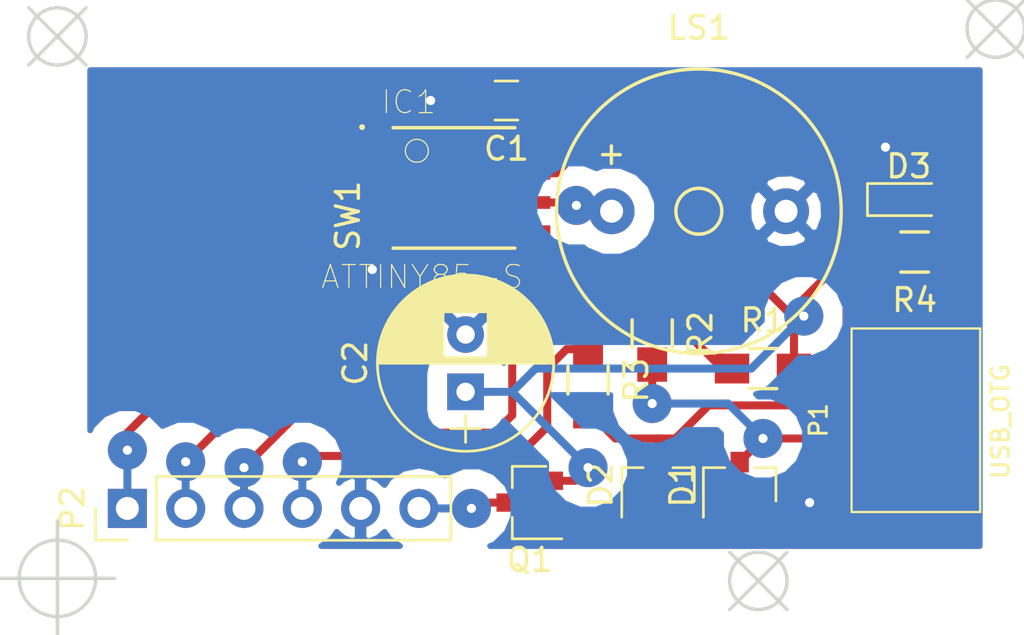
<source format=kicad_pcb>
(kicad_pcb (version 20160815) (host pcbnew "(2016-12-18 revision 3ffa37c)-master")

  (general
    (links 33)
    (no_connects 0)
    (area 121.198 56.07 165.82 83.78)
    (thickness 1.6)
    (drawings 4)
    (tracks 155)
    (zones 0)
    (modules 15)
    (nets 14)
  )

  (page USLetter)
  (layers
    (0 F.Cu signal)
    (31 B.Cu signal)
    (32 B.Adhes user)
    (33 F.Adhes user)
    (34 B.Paste user hide)
    (35 F.Paste user)
    (36 B.SilkS user hide)
    (37 F.SilkS user hide)
    (38 B.Mask user)
    (39 F.Mask user)
    (40 Dwgs.User user hide)
    (41 Cmts.User user)
    (42 Eco1.User user)
    (43 Eco2.User user hide)
    (44 Edge.Cuts user)
    (45 Margin user)
    (46 B.CrtYd user hide)
    (47 F.CrtYd user)
    (48 B.Fab user)
    (49 F.Fab user hide)
  )

  (setup
    (last_trace_width 0.35)
    (user_trace_width 0.25)
    (trace_clearance 0.25)
    (zone_clearance 0.85)
    (zone_45_only no)
    (trace_min 0.2)
    (segment_width 0.2)
    (edge_width 0.15)
    (via_size 1.7)
    (via_drill 0.4)
    (via_min_size 0.4)
    (via_min_drill 0.3)
    (uvia_size 0.3)
    (uvia_drill 0.1)
    (uvias_allowed no)
    (uvia_min_size 0.2)
    (uvia_min_drill 0.1)
    (pcb_text_width 0.3)
    (pcb_text_size 1.5 1.5)
    (mod_edge_width 0.15)
    (mod_text_size 1 1)
    (mod_text_width 0.15)
    (pad_size 1.524 1.524)
    (pad_drill 0.762)
    (pad_to_mask_clearance 0.2)
    (aux_axis_origin 0 0)
    (visible_elements FFFFFF7F)
    (pcbplotparams
      (layerselection 0x00080_7ffffffe)
      (usegerberextensions false)
      (excludeedgelayer false)
      (linewidth 0.100000)
      (plotframeref false)
      (viasonmask true)
      (mode 1)
      (useauxorigin false)
      (hpglpennumber 1)
      (hpglpenspeed 20)
      (hpglpendiameter 15)
      (psnegative false)
      (psa4output false)
      (plotreference true)
      (plotvalue true)
      (plotinvisibletext false)
      (padsonsilk false)
      (subtractmaskfromsilk false)
      (outputformat 4)
      (mirror true)
      (drillshape 0)
      (scaleselection 1)
      (outputdirectory ""))
  )

  (net 0 "")
  (net 1 GND)
  (net 2 +5V)
  (net 3 DIT)
  (net 4 "Net-(P1-Pad4)")
  (net 5 SCK)
  (net 6 MISO)
  (net 7 MOSI)
  (net 8 RESET)
  (net 9 "Net-(P2-Pad6)")
  (net 10 "Net-(D3-Pad2)")
  (net 11 "Net-(D2-Pad1)")
  (net 12 "Net-(D1-Pad1)")
  (net 13 "Net-(IC1-Pad2)")

  (net_class Default "This is the default net class."
    (clearance 0.25)
    (trace_width 0.35)
    (via_dia 1.7)
    (via_drill 0.4)
    (uvia_dia 0.3)
    (uvia_drill 0.1)
    (diff_pair_gap 0.25)
    (diff_pair_width 0.2)
    (add_net +5V)
    (add_net DIT)
    (add_net GND)
    (add_net MISO)
    (add_net MOSI)
    (add_net "Net-(D1-Pad1)")
    (add_net "Net-(D2-Pad1)")
    (add_net "Net-(D3-Pad2)")
    (add_net "Net-(IC1-Pad2)")
    (add_net "Net-(P1-Pad4)")
    (add_net "Net-(P2-Pad6)")
    (add_net RESET)
    (add_net SCK)
  )

  (module azbuka:SMD_RED_TACTILE_SWITCH (layer F.Cu) (tedit 59432E14) (tstamp 59432F20)
    (at 130.45 65.475 90)
    (path /594328A3)
    (fp_text reference SW1 (at 0 5.9 90) (layer F.SilkS)
      (effects (font (size 1 1) (thickness 0.15)))
    )
    (fp_text value TACT-SWITCH (at 0.1 -5.8 90) (layer F.Fab)
      (effects (font (size 1 1) (thickness 0.15)))
    )
    (pad 2 smd rect (at 4.25 2.25 90) (size 2 1.5) (layers F.Cu F.Paste F.Mask)
      (net 3 DIT))
    (pad 2 smd rect (at -4.25 2.25 90) (size 2 1.5) (layers F.Cu F.Paste F.Mask)
      (net 3 DIT))
    (pad 1 smd rect (at 4.25 -2.25 90) (size 2 1.5) (layers F.Cu F.Paste F.Mask)
      (net 1 GND))
    (pad 1 smd rect (at -4.25 -2.25 90) (size 2 1.5) (layers F.Cu F.Paste F.Mask)
      (net 1 GND))
  )

  (module LEDs:LED_0805 (layer F.Cu) (tedit 57FE93EC) (tstamp 589F80C9)
    (at 160.782 64.77)
    (descr "LED 0805 smd package")
    (tags "LED led 0805 SMD smd SMT smt smdled SMDLED smtled SMTLED")
    (path /589F7DAF)
    (attr smd)
    (fp_text reference D3 (at 0 -1.45) (layer F.SilkS)
      (effects (font (size 1 1) (thickness 0.15)))
    )
    (fp_text value LED (at 0 1.55) (layer F.Fab)
      (effects (font (size 1 1) (thickness 0.15)))
    )
    (fp_line (start -1.95 -0.85) (end 1.95 -0.85) (layer F.CrtYd) (width 0.05))
    (fp_line (start -1.95 0.85) (end -1.95 -0.85) (layer F.CrtYd) (width 0.05))
    (fp_line (start 1.95 0.85) (end -1.95 0.85) (layer F.CrtYd) (width 0.05))
    (fp_line (start 1.95 -0.85) (end 1.95 0.85) (layer F.CrtYd) (width 0.05))
    (fp_line (start -1.8 -0.7) (end 1 -0.7) (layer F.SilkS) (width 0.12))
    (fp_line (start -1.8 0.7) (end 1 0.7) (layer F.SilkS) (width 0.12))
    (fp_line (start -1 0.6) (end -1 -0.6) (layer F.Fab) (width 0.1))
    (fp_line (start -1 -0.6) (end 1 -0.6) (layer F.Fab) (width 0.1))
    (fp_line (start 1 -0.6) (end 1 0.6) (layer F.Fab) (width 0.1))
    (fp_line (start 1 0.6) (end -1 0.6) (layer F.Fab) (width 0.1))
    (fp_line (start 0.2 -0.4) (end 0.2 0.4) (layer F.Fab) (width 0.1))
    (fp_line (start 0.2 0.4) (end -0.4 0) (layer F.Fab) (width 0.1))
    (fp_line (start -0.4 0) (end 0.2 -0.4) (layer F.Fab) (width 0.1))
    (fp_line (start -0.4 -0.4) (end -0.4 0.4) (layer F.Fab) (width 0.1))
    (fp_line (start -1.8 -0.7) (end -1.8 0.7) (layer F.SilkS) (width 0.12))
    (pad 1 smd rect (at -1.1 0 180) (size 1.2 1.2) (layers F.Cu F.Paste F.Mask)
      (net 1 GND))
    (pad 2 smd rect (at 1.1 0 180) (size 1.2 1.2) (layers F.Cu F.Paste F.Mask)
      (net 10 "Net-(D3-Pad2)"))
    (model LEDs.3dshapes/LED_0805.wrl
      (at (xyz 0 0 0))
      (scale (xyz 1 1 1))
      (rotate (xyz 0 0 180))
    )
  )

  (module Resistors_SMD:R_0805_HandSoldering (layer F.Cu) (tedit 58307B90) (tstamp 589F808B)
    (at 161.036 67.056 180)
    (descr "Resistor SMD 0805, hand soldering")
    (tags "resistor 0805")
    (path /589F7D3E)
    (attr smd)
    (fp_text reference R4 (at 0 -2.1 180) (layer F.SilkS)
      (effects (font (size 1 1) (thickness 0.15)))
    )
    (fp_text value R_Small (at 0 2.1 180) (layer F.Fab)
      (effects (font (size 1 1) (thickness 0.15)))
    )
    (fp_line (start -0.6 -0.875) (end 0.6 -0.875) (layer F.SilkS) (width 0.15))
    (fp_line (start 0.6 0.875) (end -0.6 0.875) (layer F.SilkS) (width 0.15))
    (fp_line (start 2.4 -1) (end 2.4 1) (layer F.CrtYd) (width 0.05))
    (fp_line (start -2.4 -1) (end -2.4 1) (layer F.CrtYd) (width 0.05))
    (fp_line (start -2.4 1) (end 2.4 1) (layer F.CrtYd) (width 0.05))
    (fp_line (start -2.4 -1) (end 2.4 -1) (layer F.CrtYd) (width 0.05))
    (fp_line (start -1 -0.625) (end 1 -0.625) (layer F.Fab) (width 0.1))
    (fp_line (start 1 -0.625) (end 1 0.625) (layer F.Fab) (width 0.1))
    (fp_line (start 1 0.625) (end -1 0.625) (layer F.Fab) (width 0.1))
    (fp_line (start -1 0.625) (end -1 -0.625) (layer F.Fab) (width 0.1))
    (pad 2 smd rect (at 1.35 0 180) (size 1.5 1.3) (layers F.Cu F.Paste F.Mask)
      (net 2 +5V))
    (pad 1 smd rect (at -1.35 0 180) (size 1.5 1.3) (layers F.Cu F.Paste F.Mask)
      (net 10 "Net-(D3-Pad2)"))
    (model Resistors_SMD.3dshapes/R_0805_HandSoldering.wrl
      (at (xyz 0 0 0))
      (scale (xyz 1 1 1))
      (rotate (xyz 0 0 0))
    )
  )

  (module Diodes_SMD:D_SOT-23_ANK (layer F.Cu) (tedit 587CCEF9) (tstamp 589EBC3F)
    (at 149.86 77.216 90)
    (descr "SOT-23, Single Diode")
    (tags SOT-23)
    (path /58A125DD)
    (attr smd)
    (fp_text reference D2 (at 0 -2.5 90) (layer F.SilkS)
      (effects (font (size 1 1) (thickness 0.15)))
    )
    (fp_text value 3.6 (at 0 2.5 90) (layer F.Fab)
      (effects (font (size 1 1) (thickness 0.15)))
    )
    (fp_line (start -0.15 -0.45) (end -0.4 -0.45) (layer F.Fab) (width 0.1))
    (fp_line (start -0.15 -0.25) (end 0.15 -0.45) (layer F.Fab) (width 0.1))
    (fp_line (start -0.15 -0.65) (end -0.15 -0.25) (layer F.Fab) (width 0.1))
    (fp_line (start 0.15 -0.45) (end -0.15 -0.65) (layer F.Fab) (width 0.1))
    (fp_line (start 0.15 -0.45) (end 0.4 -0.45) (layer F.Fab) (width 0.1))
    (fp_line (start 0.15 -0.65) (end 0.15 -0.25) (layer F.Fab) (width 0.1))
    (fp_line (start 0.76 1.58) (end 0.76 0.65) (layer F.SilkS) (width 0.12))
    (fp_line (start 0.76 -1.58) (end 0.76 -0.65) (layer F.SilkS) (width 0.12))
    (fp_line (start 0.7 -1.52) (end 0.7 1.52) (layer F.Fab) (width 0.1))
    (fp_line (start -0.7 1.52) (end 0.7 1.52) (layer F.Fab) (width 0.1))
    (fp_line (start -1.7 -1.75) (end 1.7 -1.75) (layer F.CrtYd) (width 0.05))
    (fp_line (start 1.7 -1.75) (end 1.7 1.75) (layer F.CrtYd) (width 0.05))
    (fp_line (start 1.7 1.75) (end -1.7 1.75) (layer F.CrtYd) (width 0.05))
    (fp_line (start -1.7 1.75) (end -1.7 -1.75) (layer F.CrtYd) (width 0.05))
    (fp_line (start 0.76 -1.58) (end -1.4 -1.58) (layer F.SilkS) (width 0.12))
    (fp_line (start -0.7 -1.52) (end 0.7 -1.52) (layer F.Fab) (width 0.1))
    (fp_line (start -0.7 -1.52) (end -0.7 1.52) (layer F.Fab) (width 0.1))
    (fp_line (start 0.76 1.58) (end -0.7 1.58) (layer F.SilkS) (width 0.12))
    (pad 2 smd rect (at -1 -0.95 90) (size 0.9 0.8) (layers F.Cu F.Paste F.Mask)
      (net 1 GND))
    (pad "" smd rect (at -1 0.95 90) (size 0.9 0.8) (layers F.Cu F.Paste F.Mask))
    (pad 1 smd rect (at 1 0 90) (size 0.9 0.8) (layers F.Cu F.Paste F.Mask)
      (net 11 "Net-(D2-Pad1)"))
    (model Diodes_SMD.3dshapes/SOT-23.wrl
      (at (xyz 0 0 0))
      (scale (xyz 1 1 1))
      (rotate (xyz 0 0 90))
    )
  )

  (module Diodes_SMD:D_SOT-23_ANK (layer F.Cu) (tedit 587CCEF9) (tstamp 589EBC2C)
    (at 153.416 77.216 90)
    (descr "SOT-23, Single Diode")
    (tags SOT-23)
    (path /58A127D2)
    (attr smd)
    (fp_text reference D1 (at 0 -2.5 90) (layer F.SilkS)
      (effects (font (size 1 1) (thickness 0.15)))
    )
    (fp_text value 3.6 (at 0 2.5 90) (layer F.Fab)
      (effects (font (size 1 1) (thickness 0.15)))
    )
    (fp_line (start 0.76 1.58) (end -0.7 1.58) (layer F.SilkS) (width 0.12))
    (fp_line (start -0.7 -1.52) (end -0.7 1.52) (layer F.Fab) (width 0.1))
    (fp_line (start -0.7 -1.52) (end 0.7 -1.52) (layer F.Fab) (width 0.1))
    (fp_line (start 0.76 -1.58) (end -1.4 -1.58) (layer F.SilkS) (width 0.12))
    (fp_line (start -1.7 1.75) (end -1.7 -1.75) (layer F.CrtYd) (width 0.05))
    (fp_line (start 1.7 1.75) (end -1.7 1.75) (layer F.CrtYd) (width 0.05))
    (fp_line (start 1.7 -1.75) (end 1.7 1.75) (layer F.CrtYd) (width 0.05))
    (fp_line (start -1.7 -1.75) (end 1.7 -1.75) (layer F.CrtYd) (width 0.05))
    (fp_line (start -0.7 1.52) (end 0.7 1.52) (layer F.Fab) (width 0.1))
    (fp_line (start 0.7 -1.52) (end 0.7 1.52) (layer F.Fab) (width 0.1))
    (fp_line (start 0.76 -1.58) (end 0.76 -0.65) (layer F.SilkS) (width 0.12))
    (fp_line (start 0.76 1.58) (end 0.76 0.65) (layer F.SilkS) (width 0.12))
    (fp_line (start 0.15 -0.65) (end 0.15 -0.25) (layer F.Fab) (width 0.1))
    (fp_line (start 0.15 -0.45) (end 0.4 -0.45) (layer F.Fab) (width 0.1))
    (fp_line (start 0.15 -0.45) (end -0.15 -0.65) (layer F.Fab) (width 0.1))
    (fp_line (start -0.15 -0.65) (end -0.15 -0.25) (layer F.Fab) (width 0.1))
    (fp_line (start -0.15 -0.25) (end 0.15 -0.45) (layer F.Fab) (width 0.1))
    (fp_line (start -0.15 -0.45) (end -0.4 -0.45) (layer F.Fab) (width 0.1))
    (pad 1 smd rect (at 1 0 90) (size 0.9 0.8) (layers F.Cu F.Paste F.Mask)
      (net 12 "Net-(D1-Pad1)"))
    (pad "" smd rect (at -1 0.95 90) (size 0.9 0.8) (layers F.Cu F.Paste F.Mask))
    (pad 2 smd rect (at -1 -0.95 90) (size 0.9 0.8) (layers F.Cu F.Paste F.Mask)
      (net 1 GND))
    (model Diodes_SMD.3dshapes/SOT-23.wrl
      (at (xyz 0 0 0))
      (scale (xyz 1 1 1))
      (rotate (xyz 0 0 90))
    )
  )

  (module ATTINY85-20SU:SOIC127P798X216-8N (layer F.Cu) (tedit 0) (tstamp 58995D00)
    (at 140.97 64.262)
    (path /5897E12A)
    (solder_mask_margin 0.1)
    (attr smd)
    (fp_text reference IC1 (at -1.969 -3.7425) (layer F.SilkS)
      (effects (font (size 1 1) (thickness 0.05)))
    )
    (fp_text value ATTINY85-S (at -1.384 3.879) (layer F.SilkS)
      (effects (font (size 1 1) (thickness 0.05)))
    )
    (fp_line (start -2.65 2.625) (end -2.65 -2.625) (layer Dwgs.User) (width 0.1524))
    (fp_line (start 2.65 2.625) (end 2.65 -2.625) (layer Dwgs.User) (width 0.1524))
    (fp_circle (center -1.615 -1.62) (end -1.115 -1.62) (layer F.SilkS) (width 0.0508))
    (fp_line (start -2.65 -2.625) (end 2.65 -2.625) (layer F.SilkS) (width 0.1524))
    (fp_line (start -2.65 2.625) (end 2.65 2.625) (layer F.SilkS) (width 0.1524))
    (fp_poly (pts (xy -4 -2.105) (xy -2.65 -2.105) (xy -2.65 -1.705) (xy -4 -1.705)) (layer Dwgs.User) (width 0.381))
    (fp_poly (pts (xy -4 -0.835) (xy -2.65 -0.835) (xy -2.65 -0.435) (xy -4 -0.435)) (layer Dwgs.User) (width 0.381))
    (fp_poly (pts (xy -4 0.435) (xy -2.65 0.435) (xy -2.65 0.835) (xy -4 0.835)) (layer Dwgs.User) (width 0.381))
    (fp_poly (pts (xy -4 1.705) (xy -2.65 1.705) (xy -2.65 2.105) (xy -4 2.105)) (layer Dwgs.User) (width 0.381))
    (fp_poly (pts (xy 2.65 -2.105) (xy 4 -2.105) (xy 4 -1.705) (xy 2.65 -1.705)) (layer Dwgs.User) (width 0.381))
    (fp_poly (pts (xy 2.65 -0.835) (xy 4 -0.835) (xy 4 -0.435) (xy 2.65 -0.435)) (layer Dwgs.User) (width 0.381))
    (fp_poly (pts (xy 2.65 0.435) (xy 4 0.435) (xy 4 0.835) (xy 2.65 0.835)) (layer Dwgs.User) (width 0.381))
    (fp_poly (pts (xy 2.65 1.705) (xy 4 1.705) (xy 4 2.105) (xy 2.65 2.105)) (layer Dwgs.User) (width 0.381))
    (fp_circle (center -4 -2.65) (end -3.873 -2.65) (layer F.SilkS) (width 0))
    (fp_line (start -4.5 -3) (end -4.5 3) (layer Dwgs.User) (width 0.05))
    (fp_line (start -4.5 3) (end 4.5 3) (layer Dwgs.User) (width 0.05))
    (fp_line (start 4.5 3) (end 4.5 -3) (layer Dwgs.User) (width 0.05))
    (fp_line (start 4.5 -3) (end -4.5 -3) (layer Dwgs.User) (width 0.05))
    (pad 1 smd rect (at -3.45 -1.905 270) (size 0.55 1.5) (layers F.Cu F.Paste F.Mask)
      (net 8 RESET) (solder_mask_margin 0.2))
    (pad 2 smd rect (at -3.45 -0.635 270) (size 0.55 1.5) (layers F.Cu F.Paste F.Mask)
      (net 13 "Net-(IC1-Pad2)") (solder_mask_margin 0.2))
    (pad 3 smd rect (at -3.45 0.635 270) (size 0.55 1.5) (layers F.Cu F.Paste F.Mask)
      (net 3 DIT) (solder_mask_margin 0.2))
    (pad 4 smd rect (at -3.45 1.905 270) (size 0.55 1.5) (layers F.Cu F.Paste F.Mask)
      (net 1 GND) (solder_mask_margin 0.2))
    (pad 8 smd rect (at 3.45 -1.905 270) (size 0.55 1.5) (layers F.Cu F.Paste F.Mask)
      (net 2 +5V) (solder_mask_margin 0.2))
    (pad 7 smd rect (at 3.45 -0.635 270) (size 0.55 1.5) (layers F.Cu F.Paste F.Mask)
      (net 5 SCK) (solder_mask_margin 0.2))
    (pad 6 smd rect (at 3.45 0.635 270) (size 0.55 1.5) (layers F.Cu F.Paste F.Mask)
      (net 6 MISO) (solder_mask_margin 0.2))
    (pad 5 smd rect (at 3.45 1.905 270) (size 0.55 1.5) (layers F.Cu F.Paste F.Mask)
      (net 7 MOSI) (solder_mask_margin 0.2))
  )

  (module Resistors_SMD:R_0805_HandSoldering (layer F.Cu) (tedit 58307B90) (tstamp 58994D69)
    (at 146.812 72.644 270)
    (descr "Resistor SMD 0805, hand soldering")
    (tags "resistor 0805")
    (path /589947A9)
    (attr smd)
    (fp_text reference R3 (at 0 -2.1 270) (layer F.SilkS)
      (effects (font (size 1 1) (thickness 0.15)))
    )
    (fp_text value 47 (at 0 2.1 270) (layer F.Fab)
      (effects (font (size 1 1) (thickness 0.15)))
    )
    (fp_line (start -0.6 -0.875) (end 0.6 -0.875) (layer F.SilkS) (width 0.15))
    (fp_line (start 0.6 0.875) (end -0.6 0.875) (layer F.SilkS) (width 0.15))
    (fp_line (start 2.4 -1) (end 2.4 1) (layer F.CrtYd) (width 0.05))
    (fp_line (start -2.4 -1) (end -2.4 1) (layer F.CrtYd) (width 0.05))
    (fp_line (start -2.4 1) (end 2.4 1) (layer F.CrtYd) (width 0.05))
    (fp_line (start -2.4 -1) (end 2.4 -1) (layer F.CrtYd) (width 0.05))
    (fp_line (start -1 -0.625) (end 1 -0.625) (layer F.Fab) (width 0.1))
    (fp_line (start 1 -0.625) (end 1 0.625) (layer F.Fab) (width 0.1))
    (fp_line (start 1 0.625) (end -1 0.625) (layer F.Fab) (width 0.1))
    (fp_line (start -1 0.625) (end -1 -0.625) (layer F.Fab) (width 0.1))
    (pad 2 smd rect (at 1.35 0 270) (size 1.5 1.3) (layers F.Cu F.Paste F.Mask)
      (net 11 "Net-(D2-Pad1)"))
    (pad 1 smd rect (at -1.35 0 270) (size 1.5 1.3) (layers F.Cu F.Paste F.Mask)
      (net 7 MOSI))
    (model Resistors_SMD.3dshapes/R_0805_HandSoldering.wrl
      (at (xyz 0 0 0))
      (scale (xyz 1 1 1))
      (rotate (xyz 0 0 0))
    )
  )

  (module Resistors_SMD:R_0805_HandSoldering (layer F.Cu) (tedit 58307B90) (tstamp 58994D59)
    (at 149.606 70.612 270)
    (descr "Resistor SMD 0805, hand soldering")
    (tags "resistor 0805")
    (path /5899475B)
    (attr smd)
    (fp_text reference R2 (at 0 -2.1 270) (layer F.SilkS)
      (effects (font (size 1 1) (thickness 0.15)))
    )
    (fp_text value 47 (at 0 2.1 270) (layer F.Fab)
      (effects (font (size 1 1) (thickness 0.15)))
    )
    (fp_line (start -1 0.625) (end -1 -0.625) (layer F.Fab) (width 0.1))
    (fp_line (start 1 0.625) (end -1 0.625) (layer F.Fab) (width 0.1))
    (fp_line (start 1 -0.625) (end 1 0.625) (layer F.Fab) (width 0.1))
    (fp_line (start -1 -0.625) (end 1 -0.625) (layer F.Fab) (width 0.1))
    (fp_line (start -2.4 -1) (end 2.4 -1) (layer F.CrtYd) (width 0.05))
    (fp_line (start -2.4 1) (end 2.4 1) (layer F.CrtYd) (width 0.05))
    (fp_line (start -2.4 -1) (end -2.4 1) (layer F.CrtYd) (width 0.05))
    (fp_line (start 2.4 -1) (end 2.4 1) (layer F.CrtYd) (width 0.05))
    (fp_line (start 0.6 0.875) (end -0.6 0.875) (layer F.SilkS) (width 0.15))
    (fp_line (start -0.6 -0.875) (end 0.6 -0.875) (layer F.SilkS) (width 0.15))
    (pad 1 smd rect (at -1.35 0 270) (size 1.5 1.3) (layers F.Cu F.Paste F.Mask)
      (net 5 SCK))
    (pad 2 smd rect (at 1.35 0 270) (size 1.5 1.3) (layers F.Cu F.Paste F.Mask)
      (net 12 "Net-(D1-Pad1)"))
    (model Resistors_SMD.3dshapes/R_0805_HandSoldering.wrl
      (at (xyz 0 0 0))
      (scale (xyz 1 1 1))
      (rotate (xyz 0 0 0))
    )
  )

  (module Resistors_SMD:R_0805_HandSoldering (layer F.Cu) (tedit 58307B90) (tstamp 58994D49)
    (at 154.432 72.136)
    (descr "Resistor SMD 0805, hand soldering")
    (tags "resistor 0805")
    (path /58981AF1)
    (attr smd)
    (fp_text reference R1 (at 0 -2.1) (layer F.SilkS)
      (effects (font (size 1 1) (thickness 0.15)))
    )
    (fp_text value 2.2k (at 0 2.1) (layer F.Fab)
      (effects (font (size 1 1) (thickness 0.15)))
    )
    (fp_line (start -0.6 -0.875) (end 0.6 -0.875) (layer F.SilkS) (width 0.15))
    (fp_line (start 0.6 0.875) (end -0.6 0.875) (layer F.SilkS) (width 0.15))
    (fp_line (start 2.4 -1) (end 2.4 1) (layer F.CrtYd) (width 0.05))
    (fp_line (start -2.4 -1) (end -2.4 1) (layer F.CrtYd) (width 0.05))
    (fp_line (start -2.4 1) (end 2.4 1) (layer F.CrtYd) (width 0.05))
    (fp_line (start -2.4 -1) (end 2.4 -1) (layer F.CrtYd) (width 0.05))
    (fp_line (start -1 -0.625) (end 1 -0.625) (layer F.Fab) (width 0.1))
    (fp_line (start 1 -0.625) (end 1 0.625) (layer F.Fab) (width 0.1))
    (fp_line (start 1 0.625) (end -1 0.625) (layer F.Fab) (width 0.1))
    (fp_line (start -1 0.625) (end -1 -0.625) (layer F.Fab) (width 0.1))
    (pad 2 smd rect (at 1.35 0) (size 1.5 1.3) (layers F.Cu F.Paste F.Mask)
      (net 2 +5V))
    (pad 1 smd rect (at -1.35 0) (size 1.5 1.3) (layers F.Cu F.Paste F.Mask)
      (net 7 MOSI))
    (model Resistors_SMD.3dshapes/R_0805_HandSoldering.wrl
      (at (xyz 0 0 0))
      (scale (xyz 1 1 1))
      (rotate (xyz 0 0 0))
    )
  )

  (module azbuka:MICRO-B_USB-INVERTED (layer F.Cu) (tedit 5897FBCA) (tstamp 589832CC)
    (at 162.69 74.39 90)
    (path /5897E193)
    (fp_text reference P1 (at 0 -5.842 90) (layer F.SilkS)
      (effects (font (size 0.762 0.762) (thickness 0.127)))
    )
    (fp_text value USB_OTG (at -0.05 2.09 90) (layer F.SilkS)
      (effects (font (size 0.762 0.762) (thickness 0.127)))
    )
    (fp_line (start -4.0005 1.00076) (end -4.0005 -4.39928) (layer F.SilkS) (width 0.09906))
    (fp_line (start 4.0005 1.19888) (end -4.0005 1.19888) (layer F.SilkS) (width 0.09906))
    (fp_line (start 4.0005 -4.39928) (end 4.0005 1.00076) (layer F.SilkS) (width 0.09906))
    (fp_line (start -4.0005 -4.39928) (end 4.0005 -4.39928) (layer F.SilkS) (width 0.09906))
    (fp_line (start 4.0005 1.00076) (end 4.0005 1.19888) (layer F.SilkS) (width 0.09906))
    (fp_line (start -4.0005 1.00076) (end -4.0005 1.19888) (layer F.SilkS) (width 0.09906))
    (pad "" smd rect (at -3.79984 -1.4478 90) (size 2 1.89738) (layers F.Cu F.Paste F.Mask))
    (pad "" smd rect (at 3.81 -3.99796 90) (size 2.5 1.59766) (layers F.Cu F.Paste F.Mask))
    (pad 1 smd rect (at 1.29794 -4.12496 90) (size 0.39878 1.3462) (layers F.Cu F.Paste F.Mask)
      (net 2 +5V) (clearance 0.2032))
    (pad 2 smd rect (at 0.6477 -4.12496 90) (size 0.39878 1.3462) (layers F.Cu F.Paste F.Mask)
      (net 11 "Net-(D2-Pad1)") (clearance 0.2032))
    (pad 3 smd rect (at 0 -4.12496 90) (size 0.39878 1.3462) (layers F.Cu F.Paste F.Mask)
      (net 12 "Net-(D1-Pad1)") (clearance 0.2032))
    (pad 4 smd rect (at -0.6477 -4.12496 90) (size 0.39878 1.3462) (layers F.Cu F.Paste F.Mask)
      (net 4 "Net-(P1-Pad4)") (clearance 0.2032))
    (pad 5 smd rect (at -1.29794 -4.12496 90) (size 0.39878 1.3462) (layers F.Cu F.Paste F.Mask)
      (net 1 GND) (clearance 0.2032))
    (pad "" smd rect (at -3.556 -3.99796 90) (size 2.5 1.59766) (layers F.Cu F.Paste F.Mask))
    (pad "" smd rect (at 4.064 -1.4478 90) (size 2 1.89738) (layers F.Cu F.Paste F.Mask))
    (pad "" smd rect (at 1.19888 -1.4478 90) (size 1.89992 1.89738) (layers F.Cu F.Paste F.Mask))
    (pad "" smd rect (at -1.19888 -1.4478 90) (size 1.89738 1.89738) (layers F.Cu F.Paste F.Mask))
  )

  (module azbuka:MOSFET-SOT-23 (layer F.Cu) (tedit 5897F3FC) (tstamp 589828D6)
    (at 144.272 77.978 180)
    (descr "SOT-23, Standard")
    (tags SOT-23)
    (path /5897F809)
    (attr smd)
    (fp_text reference Q1 (at 0 -2.5 180) (layer F.SilkS)
      (effects (font (size 1 1) (thickness 0.15)))
    )
    (fp_text value MOSFET_P_CH (at 0 2.5 180) (layer F.Fab)
      (effects (font (size 1 1) (thickness 0.15)))
    )
    (fp_line (start 0.76 1.58) (end -0.7 1.58) (layer F.SilkS) (width 0.12))
    (fp_line (start 0.76 -1.58) (end -1.4 -1.58) (layer F.SilkS) (width 0.12))
    (fp_line (start -1.7 1.75) (end -1.7 -1.75) (layer F.CrtYd) (width 0.05))
    (fp_line (start 1.7 1.75) (end -1.7 1.75) (layer F.CrtYd) (width 0.05))
    (fp_line (start 1.7 -1.75) (end 1.7 1.75) (layer F.CrtYd) (width 0.05))
    (fp_line (start -1.7 -1.75) (end 1.7 -1.75) (layer F.CrtYd) (width 0.05))
    (fp_line (start 0.76 -1.58) (end 0.76 -0.65) (layer F.SilkS) (width 0.12))
    (fp_line (start 0.76 1.58) (end 0.76 0.65) (layer F.SilkS) (width 0.12))
    (fp_line (start -0.7 1.52) (end 0.7 1.52) (layer F.Fab) (width 0.1))
    (fp_line (start 0.7 -1.52) (end 0.7 1.52) (layer F.Fab) (width 0.1))
    (fp_line (start -0.7 -0.95) (end -0.15 -1.52) (layer F.Fab) (width 0.1))
    (fp_line (start -0.15 -1.52) (end 0.7 -1.52) (layer F.Fab) (width 0.1))
    (fp_line (start -0.7 -0.95) (end -0.7 1.5) (layer F.Fab) (width 0.1))
    (pad D smd rect (at 1 0 180) (size 0.9 0.8) (layers F.Cu F.Paste F.Mask)
      (net 9 "Net-(P2-Pad6)"))
    (pad S smd rect (at -1 0.95 180) (size 0.9 0.8) (layers F.Cu F.Paste F.Mask)
      (net 2 +5V))
    (pad G smd rect (at -1 -0.95 180) (size 0.9 0.8) (layers F.Cu F.Paste F.Mask)
      (net 1 GND))
    (model TO_SOT_Packages_SMD.3dshapes/SOT-23.wrl
      (at (xyz 0 0 0))
      (scale (xyz 1 1 1))
      (rotate (xyz 0 0 90))
    )
  )

  (module Pin_Headers:Pin_Header_Straight_1x06_Pitch2.54mm (layer F.Cu) (tedit 5862ED52) (tstamp 5898271F)
    (at 126.746 78.232 90)
    (descr "Through hole straight pin header, 1x06, 2.54mm pitch, single row")
    (tags "Through hole pin header THT 1x06 2.54mm single row")
    (path /5897F707)
    (fp_text reference P2 (at 0 -2.39 90) (layer F.SilkS)
      (effects (font (size 1 1) (thickness 0.15)))
    )
    (fp_text value CONN_01X06 (at 0 15.09 90) (layer F.Fab)
      (effects (font (size 1 1) (thickness 0.15)))
    )
    (fp_line (start 1.6 -1.6) (end -1.6 -1.6) (layer F.CrtYd) (width 0.05))
    (fp_line (start 1.6 14.3) (end 1.6 -1.6) (layer F.CrtYd) (width 0.05))
    (fp_line (start -1.6 14.3) (end 1.6 14.3) (layer F.CrtYd) (width 0.05))
    (fp_line (start -1.6 -1.6) (end -1.6 14.3) (layer F.CrtYd) (width 0.05))
    (fp_line (start -1.39 -1.39) (end 0 -1.39) (layer F.SilkS) (width 0.12))
    (fp_line (start -1.39 0) (end -1.39 -1.39) (layer F.SilkS) (width 0.12))
    (fp_line (start 1.39 1.27) (end -1.39 1.27) (layer F.SilkS) (width 0.12))
    (fp_line (start 1.39 14.09) (end 1.39 1.27) (layer F.SilkS) (width 0.12))
    (fp_line (start -1.39 14.09) (end 1.39 14.09) (layer F.SilkS) (width 0.12))
    (fp_line (start -1.39 1.27) (end -1.39 14.09) (layer F.SilkS) (width 0.12))
    (fp_line (start 1.27 -1.27) (end -1.27 -1.27) (layer F.Fab) (width 0.1))
    (fp_line (start 1.27 13.97) (end 1.27 -1.27) (layer F.Fab) (width 0.1))
    (fp_line (start -1.27 13.97) (end 1.27 13.97) (layer F.Fab) (width 0.1))
    (fp_line (start -1.27 -1.27) (end -1.27 13.97) (layer F.Fab) (width 0.1))
    (pad 6 thru_hole oval (at 0 12.7 90) (size 1.7 1.7) (drill 1) (layers *.Cu *.Mask)
      (net 9 "Net-(P2-Pad6)"))
    (pad 5 thru_hole oval (at 0 10.16 90) (size 1.7 1.7) (drill 1) (layers *.Cu *.Mask)
      (net 1 GND))
    (pad 4 thru_hole oval (at 0 7.62 90) (size 1.7 1.7) (drill 1) (layers *.Cu *.Mask)
      (net 7 MOSI))
    (pad 3 thru_hole oval (at 0 5.08 90) (size 1.7 1.7) (drill 1) (layers *.Cu *.Mask)
      (net 6 MISO))
    (pad 2 thru_hole oval (at 0 2.54 90) (size 1.7 1.7) (drill 1) (layers *.Cu *.Mask)
      (net 5 SCK))
    (pad 1 thru_hole rect (at 0 0 90) (size 1.7 1.7) (drill 1) (layers *.Cu *.Mask)
      (net 8 RESET))
    (model Pin_Headers.3dshapes/Pin_Header_Straight_1x06_Pitch2.54mm.wrl
      (at (xyz 0 -0.25 0))
      (scale (xyz 1 1 1))
      (rotate (xyz 0 0 90))
    )
  )

  (module Buzzers_Beepers:Buzzer_12x9.5RM7.6 (layer F.Cu) (tedit 544E361A) (tstamp 58982075)
    (at 151.638 65.278)
    (descr "Generic Buzzer, D12mm height 9.5mm with RM7.6mm")
    (tags buzzer)
    (path /5897E1E1)
    (fp_text reference LS1 (at 0 -8.001) (layer F.SilkS)
      (effects (font (size 1 1) (thickness 0.15)))
    )
    (fp_text value Speaker (at -1.00076 8.001) (layer F.Fab)
      (effects (font (size 1 1) (thickness 0.15)))
    )
    (fp_circle (center 0 0) (end 6.20014 0) (layer F.SilkS) (width 0.15))
    (fp_text user + (at -3.81 -2.54) (layer F.SilkS)
      (effects (font (size 1 1) (thickness 0.15)))
    )
    (fp_circle (center 0 0) (end 1.00076 0) (layer F.SilkS) (width 0.15))
    (pad 2 thru_hole circle (at 3.79984 0) (size 2 2) (drill 1.00076) (layers *.Cu *.Mask)
      (net 1 GND))
    (pad 1 thru_hole circle (at -3.79984 0) (size 2 2) (drill 1.00076) (layers *.Cu *.Mask)
      (net 6 MISO))
    (model Buzzers_Beepers.3dshapes/Buzzer_12x9.5RM7.6.wrl
      (at (xyz 0 0 0))
      (scale (xyz 4 4 4))
      (rotate (xyz 0 0 0))
    )
  )

  (module Capacitors_SMD:C_0805_HandSoldering (layer F.Cu) (tedit 541A9B8D) (tstamp 58981E11)
    (at 143.256 60.452 180)
    (descr "Capacitor SMD 0805, hand soldering")
    (tags "capacitor 0805")
    (path /5897ECCB)
    (attr smd)
    (fp_text reference C1 (at 0 -2.1 180) (layer F.SilkS)
      (effects (font (size 1 1) (thickness 0.15)))
    )
    (fp_text value 0.1u (at 0 2.1 180) (layer F.Fab)
      (effects (font (size 1 1) (thickness 0.15)))
    )
    (fp_line (start -0.5 0.85) (end 0.5 0.85) (layer F.SilkS) (width 0.12))
    (fp_line (start 0.5 -0.85) (end -0.5 -0.85) (layer F.SilkS) (width 0.12))
    (fp_line (start 2.3 -1) (end 2.3 1) (layer F.CrtYd) (width 0.05))
    (fp_line (start -2.3 -1) (end -2.3 1) (layer F.CrtYd) (width 0.05))
    (fp_line (start -2.3 1) (end 2.3 1) (layer F.CrtYd) (width 0.05))
    (fp_line (start -2.3 -1) (end 2.3 -1) (layer F.CrtYd) (width 0.05))
    (fp_line (start -1 -0.625) (end 1 -0.625) (layer F.Fab) (width 0.1))
    (fp_line (start 1 -0.625) (end 1 0.625) (layer F.Fab) (width 0.1))
    (fp_line (start 1 0.625) (end -1 0.625) (layer F.Fab) (width 0.1))
    (fp_line (start -1 0.625) (end -1 -0.625) (layer F.Fab) (width 0.1))
    (pad 2 smd rect (at 1.25 0 180) (size 1.5 1.25) (layers F.Cu F.Paste F.Mask)
      (net 1 GND))
    (pad 1 smd rect (at -1.25 0 180) (size 1.5 1.25) (layers F.Cu F.Paste F.Mask)
      (net 2 +5V))
    (model Capacitors_SMD.3dshapes/C_0805_HandSoldering.wrl
      (at (xyz 0 0 0))
      (scale (xyz 1 1 1))
      (rotate (xyz 0 0 0))
    )
  )

  (module Capacitors_THT:CP_Radial_D7.5mm_P2.50mm (layer F.Cu) (tedit 58765D06) (tstamp 58981E01)
    (at 141.478 73.152 90)
    (descr "CP, Radial series, Radial, pin pitch=2.50mm, , diameter=7.5mm, Electrolytic Capacitor")
    (tags "CP Radial series Radial pin pitch 2.50mm  diameter 7.5mm Electrolytic Capacitor")
    (path /5897ED27)
    (fp_text reference C2 (at 1.25 -4.81 90) (layer F.SilkS)
      (effects (font (size 1 1) (thickness 0.15)))
    )
    (fp_text value 33u (at 1.25 4.81 90) (layer F.Fab)
      (effects (font (size 1 1) (thickness 0.15)))
    )
    (fp_line (start 5.35 -4.1) (end -2.85 -4.1) (layer F.CrtYd) (width 0.05))
    (fp_line (start 5.35 4.1) (end 5.35 -4.1) (layer F.CrtYd) (width 0.05))
    (fp_line (start -2.85 4.1) (end 5.35 4.1) (layer F.CrtYd) (width 0.05))
    (fp_line (start -2.85 -4.1) (end -2.85 4.1) (layer F.CrtYd) (width 0.05))
    (fp_line (start -1.6 -0.65) (end -1.6 0.65) (layer F.SilkS) (width 0.12))
    (fp_line (start -2.2 0) (end -1 0) (layer F.SilkS) (width 0.12))
    (fp_line (start 5.051 -0.513) (end 5.051 0.513) (layer F.SilkS) (width 0.12))
    (fp_line (start 5.011 -0.74) (end 5.011 0.74) (layer F.SilkS) (width 0.12))
    (fp_line (start 4.971 -0.913) (end 4.971 0.913) (layer F.SilkS) (width 0.12))
    (fp_line (start 4.931 -1.057) (end 4.931 1.057) (layer F.SilkS) (width 0.12))
    (fp_line (start 4.891 -1.184) (end 4.891 1.184) (layer F.SilkS) (width 0.12))
    (fp_line (start 4.851 -1.297) (end 4.851 1.297) (layer F.SilkS) (width 0.12))
    (fp_line (start 4.811 -1.4) (end 4.811 1.4) (layer F.SilkS) (width 0.12))
    (fp_line (start 4.771 -1.495) (end 4.771 1.495) (layer F.SilkS) (width 0.12))
    (fp_line (start 4.731 -1.584) (end 4.731 1.584) (layer F.SilkS) (width 0.12))
    (fp_line (start 4.691 -1.667) (end 4.691 1.667) (layer F.SilkS) (width 0.12))
    (fp_line (start 4.651 -1.745) (end 4.651 1.745) (layer F.SilkS) (width 0.12))
    (fp_line (start 4.611 -1.82) (end 4.611 1.82) (layer F.SilkS) (width 0.12))
    (fp_line (start 4.571 -1.89) (end 4.571 1.89) (layer F.SilkS) (width 0.12))
    (fp_line (start 4.531 -1.957) (end 4.531 1.957) (layer F.SilkS) (width 0.12))
    (fp_line (start 4.491 -2.022) (end 4.491 2.022) (layer F.SilkS) (width 0.12))
    (fp_line (start 4.451 -2.083) (end 4.451 2.083) (layer F.SilkS) (width 0.12))
    (fp_line (start 4.411 -2.142) (end 4.411 2.142) (layer F.SilkS) (width 0.12))
    (fp_line (start 4.371 -2.199) (end 4.371 2.199) (layer F.SilkS) (width 0.12))
    (fp_line (start 4.331 -2.254) (end 4.331 2.254) (layer F.SilkS) (width 0.12))
    (fp_line (start 4.291 -2.307) (end 4.291 2.307) (layer F.SilkS) (width 0.12))
    (fp_line (start 4.251 -2.357) (end 4.251 2.357) (layer F.SilkS) (width 0.12))
    (fp_line (start 4.211 -2.407) (end 4.211 2.407) (layer F.SilkS) (width 0.12))
    (fp_line (start 4.171 -2.454) (end 4.171 2.454) (layer F.SilkS) (width 0.12))
    (fp_line (start 4.131 -2.5) (end 4.131 2.5) (layer F.SilkS) (width 0.12))
    (fp_line (start 4.091 -2.545) (end 4.091 2.545) (layer F.SilkS) (width 0.12))
    (fp_line (start 4.051 -2.588) (end 4.051 2.588) (layer F.SilkS) (width 0.12))
    (fp_line (start 4.011 -2.63) (end 4.011 2.63) (layer F.SilkS) (width 0.12))
    (fp_line (start 3.971 -2.671) (end 3.971 2.671) (layer F.SilkS) (width 0.12))
    (fp_line (start 3.931 -2.711) (end 3.931 2.711) (layer F.SilkS) (width 0.12))
    (fp_line (start 3.891 -2.749) (end 3.891 2.749) (layer F.SilkS) (width 0.12))
    (fp_line (start 3.851 -2.786) (end 3.851 2.786) (layer F.SilkS) (width 0.12))
    (fp_line (start 3.811 -2.823) (end 3.811 2.823) (layer F.SilkS) (width 0.12))
    (fp_line (start 3.771 -2.858) (end 3.771 2.858) (layer F.SilkS) (width 0.12))
    (fp_line (start 3.731 -2.892) (end 3.731 2.892) (layer F.SilkS) (width 0.12))
    (fp_line (start 3.691 -2.926) (end 3.691 2.926) (layer F.SilkS) (width 0.12))
    (fp_line (start 3.651 -2.958) (end 3.651 2.958) (layer F.SilkS) (width 0.12))
    (fp_line (start 3.611 -2.99) (end 3.611 2.99) (layer F.SilkS) (width 0.12))
    (fp_line (start 3.571 -3.02) (end 3.571 3.02) (layer F.SilkS) (width 0.12))
    (fp_line (start 3.531 -3.05) (end 3.531 3.05) (layer F.SilkS) (width 0.12))
    (fp_line (start 3.491 -3.079) (end 3.491 3.079) (layer F.SilkS) (width 0.12))
    (fp_line (start 3.451 0.98) (end 3.451 3.108) (layer F.SilkS) (width 0.12))
    (fp_line (start 3.451 -3.108) (end 3.451 -0.98) (layer F.SilkS) (width 0.12))
    (fp_line (start 3.411 0.98) (end 3.411 3.135) (layer F.SilkS) (width 0.12))
    (fp_line (start 3.411 -3.135) (end 3.411 -0.98) (layer F.SilkS) (width 0.12))
    (fp_line (start 3.371 0.98) (end 3.371 3.162) (layer F.SilkS) (width 0.12))
    (fp_line (start 3.371 -3.162) (end 3.371 -0.98) (layer F.SilkS) (width 0.12))
    (fp_line (start 3.331 0.98) (end 3.331 3.188) (layer F.SilkS) (width 0.12))
    (fp_line (start 3.331 -3.188) (end 3.331 -0.98) (layer F.SilkS) (width 0.12))
    (fp_line (start 3.291 0.98) (end 3.291 3.214) (layer F.SilkS) (width 0.12))
    (fp_line (start 3.291 -3.214) (end 3.291 -0.98) (layer F.SilkS) (width 0.12))
    (fp_line (start 3.251 0.98) (end 3.251 3.239) (layer F.SilkS) (width 0.12))
    (fp_line (start 3.251 -3.239) (end 3.251 -0.98) (layer F.SilkS) (width 0.12))
    (fp_line (start 3.211 0.98) (end 3.211 3.263) (layer F.SilkS) (width 0.12))
    (fp_line (start 3.211 -3.263) (end 3.211 -0.98) (layer F.SilkS) (width 0.12))
    (fp_line (start 3.171 0.98) (end 3.171 3.286) (layer F.SilkS) (width 0.12))
    (fp_line (start 3.171 -3.286) (end 3.171 -0.98) (layer F.SilkS) (width 0.12))
    (fp_line (start 3.131 0.98) (end 3.131 3.309) (layer F.SilkS) (width 0.12))
    (fp_line (start 3.131 -3.309) (end 3.131 -0.98) (layer F.SilkS) (width 0.12))
    (fp_line (start 3.091 0.98) (end 3.091 3.331) (layer F.SilkS) (width 0.12))
    (fp_line (start 3.091 -3.331) (end 3.091 -0.98) (layer F.SilkS) (width 0.12))
    (fp_line (start 3.051 0.98) (end 3.051 3.352) (layer F.SilkS) (width 0.12))
    (fp_line (start 3.051 -3.352) (end 3.051 -0.98) (layer F.SilkS) (width 0.12))
    (fp_line (start 3.011 0.98) (end 3.011 3.373) (layer F.SilkS) (width 0.12))
    (fp_line (start 3.011 -3.373) (end 3.011 -0.98) (layer F.SilkS) (width 0.12))
    (fp_line (start 2.971 0.98) (end 2.971 3.394) (layer F.SilkS) (width 0.12))
    (fp_line (start 2.971 -3.394) (end 2.971 -0.98) (layer F.SilkS) (width 0.12))
    (fp_line (start 2.931 0.98) (end 2.931 3.413) (layer F.SilkS) (width 0.12))
    (fp_line (start 2.931 -3.413) (end 2.931 -0.98) (layer F.SilkS) (width 0.12))
    (fp_line (start 2.891 0.98) (end 2.891 3.433) (layer F.SilkS) (width 0.12))
    (fp_line (start 2.891 -3.433) (end 2.891 -0.98) (layer F.SilkS) (width 0.12))
    (fp_line (start 2.851 0.98) (end 2.851 3.451) (layer F.SilkS) (width 0.12))
    (fp_line (start 2.851 -3.451) (end 2.851 -0.98) (layer F.SilkS) (width 0.12))
    (fp_line (start 2.811 0.98) (end 2.811 3.469) (layer F.SilkS) (width 0.12))
    (fp_line (start 2.811 -3.469) (end 2.811 -0.98) (layer F.SilkS) (width 0.12))
    (fp_line (start 2.771 0.98) (end 2.771 3.487) (layer F.SilkS) (width 0.12))
    (fp_line (start 2.771 -3.487) (end 2.771 -0.98) (layer F.SilkS) (width 0.12))
    (fp_line (start 2.731 0.98) (end 2.731 3.504) (layer F.SilkS) (width 0.12))
    (fp_line (start 2.731 -3.504) (end 2.731 -0.98) (layer F.SilkS) (width 0.12))
    (fp_line (start 2.691 0.98) (end 2.691 3.52) (layer F.SilkS) (width 0.12))
    (fp_line (start 2.691 -3.52) (end 2.691 -0.98) (layer F.SilkS) (width 0.12))
    (fp_line (start 2.651 0.98) (end 2.651 3.536) (layer F.SilkS) (width 0.12))
    (fp_line (start 2.651 -3.536) (end 2.651 -0.98) (layer F.SilkS) (width 0.12))
    (fp_line (start 2.611 0.98) (end 2.611 3.552) (layer F.SilkS) (width 0.12))
    (fp_line (start 2.611 -3.552) (end 2.611 -0.98) (layer F.SilkS) (width 0.12))
    (fp_line (start 2.571 0.98) (end 2.571 3.566) (layer F.SilkS) (width 0.12))
    (fp_line (start 2.571 -3.566) (end 2.571 -0.98) (layer F.SilkS) (width 0.12))
    (fp_line (start 2.531 0.98) (end 2.531 3.581) (layer F.SilkS) (width 0.12))
    (fp_line (start 2.531 -3.581) (end 2.531 -0.98) (layer F.SilkS) (width 0.12))
    (fp_line (start 2.491 0.98) (end 2.491 3.595) (layer F.SilkS) (width 0.12))
    (fp_line (start 2.491 -3.595) (end 2.491 -0.98) (layer F.SilkS) (width 0.12))
    (fp_line (start 2.451 0.98) (end 2.451 3.608) (layer F.SilkS) (width 0.12))
    (fp_line (start 2.451 -3.608) (end 2.451 -0.98) (layer F.SilkS) (width 0.12))
    (fp_line (start 2.411 0.98) (end 2.411 3.621) (layer F.SilkS) (width 0.12))
    (fp_line (start 2.411 -3.621) (end 2.411 -0.98) (layer F.SilkS) (width 0.12))
    (fp_line (start 2.371 0.98) (end 2.371 3.634) (layer F.SilkS) (width 0.12))
    (fp_line (start 2.371 -3.634) (end 2.371 -0.98) (layer F.SilkS) (width 0.12))
    (fp_line (start 2.331 0.98) (end 2.331 3.645) (layer F.SilkS) (width 0.12))
    (fp_line (start 2.331 -3.645) (end 2.331 -0.98) (layer F.SilkS) (width 0.12))
    (fp_line (start 2.291 0.98) (end 2.291 3.657) (layer F.SilkS) (width 0.12))
    (fp_line (start 2.291 -3.657) (end 2.291 -0.98) (layer F.SilkS) (width 0.12))
    (fp_line (start 2.251 0.98) (end 2.251 3.668) (layer F.SilkS) (width 0.12))
    (fp_line (start 2.251 -3.668) (end 2.251 -0.98) (layer F.SilkS) (width 0.12))
    (fp_line (start 2.211 0.98) (end 2.211 3.679) (layer F.SilkS) (width 0.12))
    (fp_line (start 2.211 -3.679) (end 2.211 -0.98) (layer F.SilkS) (width 0.12))
    (fp_line (start 2.171 0.98) (end 2.171 3.689) (layer F.SilkS) (width 0.12))
    (fp_line (start 2.171 -3.689) (end 2.171 -0.98) (layer F.SilkS) (width 0.12))
    (fp_line (start 2.131 0.98) (end 2.131 3.698) (layer F.SilkS) (width 0.12))
    (fp_line (start 2.131 -3.698) (end 2.131 -0.98) (layer F.SilkS) (width 0.12))
    (fp_line (start 2.091 0.98) (end 2.091 3.707) (layer F.SilkS) (width 0.12))
    (fp_line (start 2.091 -3.707) (end 2.091 -0.98) (layer F.SilkS) (width 0.12))
    (fp_line (start 2.051 0.98) (end 2.051 3.716) (layer F.SilkS) (width 0.12))
    (fp_line (start 2.051 -3.716) (end 2.051 -0.98) (layer F.SilkS) (width 0.12))
    (fp_line (start 2.011 0.98) (end 2.011 3.725) (layer F.SilkS) (width 0.12))
    (fp_line (start 2.011 -3.725) (end 2.011 -0.98) (layer F.SilkS) (width 0.12))
    (fp_line (start 1.971 0.98) (end 1.971 3.732) (layer F.SilkS) (width 0.12))
    (fp_line (start 1.971 -3.732) (end 1.971 -0.98) (layer F.SilkS) (width 0.12))
    (fp_line (start 1.93 0.98) (end 1.93 3.74) (layer F.SilkS) (width 0.12))
    (fp_line (start 1.93 -3.74) (end 1.93 -0.98) (layer F.SilkS) (width 0.12))
    (fp_line (start 1.89 0.98) (end 1.89 3.747) (layer F.SilkS) (width 0.12))
    (fp_line (start 1.89 -3.747) (end 1.89 -0.98) (layer F.SilkS) (width 0.12))
    (fp_line (start 1.85 0.98) (end 1.85 3.753) (layer F.SilkS) (width 0.12))
    (fp_line (start 1.85 -3.753) (end 1.85 -0.98) (layer F.SilkS) (width 0.12))
    (fp_line (start 1.81 0.98) (end 1.81 3.759) (layer F.SilkS) (width 0.12))
    (fp_line (start 1.81 -3.759) (end 1.81 -0.98) (layer F.SilkS) (width 0.12))
    (fp_line (start 1.77 0.98) (end 1.77 3.765) (layer F.SilkS) (width 0.12))
    (fp_line (start 1.77 -3.765) (end 1.77 -0.98) (layer F.SilkS) (width 0.12))
    (fp_line (start 1.73 0.98) (end 1.73 3.77) (layer F.SilkS) (width 0.12))
    (fp_line (start 1.73 -3.77) (end 1.73 -0.98) (layer F.SilkS) (width 0.12))
    (fp_line (start 1.69 0.98) (end 1.69 3.775) (layer F.SilkS) (width 0.12))
    (fp_line (start 1.69 -3.775) (end 1.69 -0.98) (layer F.SilkS) (width 0.12))
    (fp_line (start 1.65 0.98) (end 1.65 3.78) (layer F.SilkS) (width 0.12))
    (fp_line (start 1.65 -3.78) (end 1.65 -0.98) (layer F.SilkS) (width 0.12))
    (fp_line (start 1.61 0.98) (end 1.61 3.784) (layer F.SilkS) (width 0.12))
    (fp_line (start 1.61 -3.784) (end 1.61 -0.98) (layer F.SilkS) (width 0.12))
    (fp_line (start 1.57 0.98) (end 1.57 3.787) (layer F.SilkS) (width 0.12))
    (fp_line (start 1.57 -3.787) (end 1.57 -0.98) (layer F.SilkS) (width 0.12))
    (fp_line (start 1.53 0.98) (end 1.53 3.79) (layer F.SilkS) (width 0.12))
    (fp_line (start 1.53 -3.79) (end 1.53 -0.98) (layer F.SilkS) (width 0.12))
    (fp_line (start 1.49 -3.793) (end 1.49 3.793) (layer F.SilkS) (width 0.12))
    (fp_line (start 1.45 -3.795) (end 1.45 3.795) (layer F.SilkS) (width 0.12))
    (fp_line (start 1.41 -3.797) (end 1.41 3.797) (layer F.SilkS) (width 0.12))
    (fp_line (start 1.37 -3.799) (end 1.37 3.799) (layer F.SilkS) (width 0.12))
    (fp_line (start 1.33 -3.8) (end 1.33 3.8) (layer F.SilkS) (width 0.12))
    (fp_line (start 1.29 -3.8) (end 1.29 3.8) (layer F.SilkS) (width 0.12))
    (fp_line (start 1.25 -3.8) (end 1.25 3.8) (layer F.SilkS) (width 0.12))
    (fp_line (start -1.6 -0.65) (end -1.6 0.65) (layer F.Fab) (width 0.1))
    (fp_line (start -2.2 0) (end -1 0) (layer F.Fab) (width 0.1))
    (fp_circle (center 1.25 0) (end 5.09 0) (layer F.SilkS) (width 0.12))
    (fp_circle (center 1.25 0) (end 5 0) (layer F.Fab) (width 0.1))
    (pad 2 thru_hole circle (at 2.5 0 90) (size 1.6 1.6) (drill 0.8) (layers *.Cu *.Mask)
      (net 1 GND))
    (pad 1 thru_hole rect (at 0 0 90) (size 1.6 1.6) (drill 0.8) (layers *.Cu *.Mask)
      (net 2 +5V))
    (model Capacitors_ThroughHole.3dshapes/CP_Radial_D7.5mm_P2.50mm.wrl
      (at (xyz 0 0 0))
      (scale (xyz 0.393701 0.393701 0.393701))
      (rotate (xyz 0 0 0))
    )
  )

  (target x (at 164.57 57.32) (size 2.5) (width 0.15) (layer Edge.Cuts))
  (target x (at 123.698 57.658) (size 2.5) (width 0.15) (layer Edge.Cuts) (tstamp 58983B5F))
  (target x (at 154.23 81.39) (size 2.5) (width 0.15) (layer Edge.Cuts))
  (target plus (at 123.698 81.28) (size 5) (width 0.15) (layer Edge.Cuts))

  (segment (start 128.2 69.725) (end 128.2 61.225) (width 0.35) (layer F.Cu) (net 1) (status C00000))
  (segment (start 135.175 71.55) (end 130.025 71.55) (width 0.35) (layer F.Cu) (net 1))
  (segment (start 136.533 66.167) (end 135.725 66.975) (width 0.35) (layer F.Cu) (net 1) (tstamp 5943327A))
  (segment (start 135.725 66.975) (end 135.725 71) (width 0.35) (layer F.Cu) (net 1) (tstamp 5943327B))
  (segment (start 135.725 71) (end 135.175 71.55) (width 0.35) (layer F.Cu) (net 1) (tstamp 5943327C))
  (segment (start 137.52 66.167) (end 136.533 66.167) (width 0.35) (layer F.Cu) (net 1))
  (segment (start 130.025 71.55) (end 128.2 69.725) (width 0.35) (layer F.Cu) (net 1) (tstamp 594346E6) (status 800000))
  (segment (start 152.466 78.928) (end 152.466 79.06) (width 0.35) (layer F.Cu) (net 1))
  (segment (start 157.23006 75.68794) (end 156.464 76.454) (width 0.35) (layer F.Cu) (net 1) (tstamp 58A13305))
  (segment (start 156.464 76.454) (end 156.464 77.978) (width 0.35) (layer F.Cu) (net 1) (tstamp 58A13306))
  (via (at 156.464 77.978) (size 1.7) (drill 0.4) (layers F.Cu B.Cu) (net 1))
  (segment (start 157.32206 75.68794) (end 158.56504 75.68794) (width 0.35) (layer F.Cu) (net 1))
  (segment (start 157.32206 75.68794) (end 157.23006 75.68794) (width 0.35) (layer F.Cu) (net 1))
  (segment (start 155.194 79.248) (end 156.464 77.978) (width 0.35) (layer F.Cu) (net 1) (tstamp 58A13311))
  (segment (start 152.654 79.248) (end 155.194 79.248) (width 0.35) (layer F.Cu) (net 1) (tstamp 58A13310))
  (segment (start 152.466 79.06) (end 152.654 79.248) (width 0.35) (layer F.Cu) (net 1) (tstamp 58A1330F))
  (segment (start 148.91 79.06) (end 145.404 79.06) (width 0.35) (layer F.Cu) (net 1))
  (segment (start 145.404 79.06) (end 145.272 78.928) (width 0.35) (layer F.Cu) (net 1) (tstamp 58A13302))
  (segment (start 152.466 78.216) (end 152.466 78.928) (width 0.35) (layer F.Cu) (net 1))
  (segment (start 148.91 79.06) (end 148.91 78.216) (width 0.35) (layer F.Cu) (net 1) (tstamp 58A132FF))
  (segment (start 149.098 79.248) (end 148.91 79.06) (width 0.35) (layer F.Cu) (net 1) (tstamp 58A132FE))
  (segment (start 152.146 79.248) (end 149.098 79.248) (width 0.35) (layer F.Cu) (net 1) (tstamp 58A132FD))
  (segment (start 152.466 78.928) (end 152.146 79.248) (width 0.35) (layer F.Cu) (net 1) (tstamp 58A132FC))
  (segment (start 159.682 64.77) (end 159.682 62.568) (width 0.35) (layer F.Cu) (net 1))
  (via (at 159.766 62.484) (size 1.7) (drill 0.4) (layers F.Cu B.Cu) (net 1))
  (segment (start 159.682 62.568) (end 159.766 62.484) (width 0.35) (layer F.Cu) (net 1) (tstamp 589F82BE))
  (segment (start 137.52 66.167) (end 137.52 67.712) (width 0.35) (layer F.Cu) (net 1))
  (via (at 137.414 67.818) (size 1.7) (drill 0.4) (layers F.Cu B.Cu) (net 1))
  (segment (start 137.52 67.712) (end 137.414 67.818) (width 0.35) (layer F.Cu) (net 1) (tstamp 589F7B3C))
  (segment (start 142.006 60.452) (end 139.954 60.452) (width 0.35) (layer F.Cu) (net 1))
  (via (at 139.954 60.452) (size 1.7) (drill 0.4) (layers F.Cu B.Cu) (net 1))
  (segment (start 148.336 72.136) (end 144.526 72.136) (width 0.35) (layer B.Cu) (net 2))
  (via (at 156.21 69.85) (size 1.7) (drill 0.4) (layers F.Cu B.Cu) (net 2))
  (segment (start 156.21 69.85) (end 153.924 72.136) (width 0.35) (layer B.Cu) (net 2) (tstamp 589F7C45))
  (segment (start 148.336 72.136) (end 153.924 72.136) (width 0.35) (layer B.Cu) (net 2) (tstamp 589F7C43))
  (segment (start 144.526 72.136) (end 143.51 73.152) (width 0.35) (layer B.Cu) (net 2) (tstamp 58A12498))
  (segment (start 145.272 77.028) (end 146.238 77.028) (width 0.35) (layer F.Cu) (net 2))
  (segment (start 146.238 77.028) (end 146.812 76.454) (width 0.35) (layer F.Cu) (net 2) (tstamp 58A12454))
  (via (at 146.812 76.454) (size 1.7) (drill 0.4) (layers F.Cu B.Cu) (net 2))
  (segment (start 146.812 76.454) (end 143.51 73.152) (width 0.35) (layer B.Cu) (net 2) (tstamp 58A12458))
  (segment (start 143.51 73.152) (end 141.478 73.152) (width 0.35) (layer B.Cu) (net 2) (tstamp 58A12459))
  (segment (start 158.56504 73.09206) (end 158.56504 72.71304) (width 0.35) (layer F.Cu) (net 2))
  (segment (start 158.242 72.39) (end 156.036 72.39) (width 0.35) (layer F.Cu) (net 2) (tstamp 589F89E7))
  (segment (start 158.56504 72.71304) (end 158.242 72.39) (width 0.35) (layer F.Cu) (net 2) (tstamp 589F89E4))
  (segment (start 156.036 72.39) (end 155.782 72.136) (width 0.35) (layer F.Cu) (net 2) (tstamp 589F89E9))
  (segment (start 156.21 69.85) (end 156.21 69.088) (width 0.35) (layer F.Cu) (net 2))
  (segment (start 158.242 67.056) (end 159.686 67.056) (width 0.35) (layer F.Cu) (net 2) (tstamp 589F82B7))
  (segment (start 156.21 69.088) (end 158.242 67.056) (width 0.35) (layer F.Cu) (net 2) (tstamp 589F82B6))
  (segment (start 156.21 69.85) (end 155.702 69.85) (width 0.35) (layer F.Cu) (net 2))
  (segment (start 151.892 62.992) (end 149.352 60.452) (width 0.35) (layer F.Cu) (net 2) (tstamp 589F82AF))
  (segment (start 151.892 66.04) (end 151.892 62.992) (width 0.35) (layer F.Cu) (net 2) (tstamp 589F82AD))
  (segment (start 155.702 69.85) (end 151.892 66.04) (width 0.35) (layer F.Cu) (net 2) (tstamp 589F82AC))
  (segment (start 155.782 72.136) (end 155.782 70.278) (width 0.35) (layer F.Cu) (net 2))
  (segment (start 155.782 70.278) (end 156.21 69.85) (width 0.35) (layer F.Cu) (net 2) (tstamp 589F7C4E))
  (segment (start 144.506 60.452) (end 149.352 60.452) (width 0.35) (layer F.Cu) (net 2))
  (segment (start 144.42 62.357) (end 144.42 60.538) (width 0.35) (layer F.Cu) (net 2))
  (segment (start 144.42 60.538) (end 144.506 60.452) (width 0.35) (layer F.Cu) (net 2) (tstamp 589F7B45))
  (segment (start 134.147 64.897) (end 134.147 65.028) (width 0.35) (layer F.Cu) (net 3))
  (segment (start 132.7 66.475) (end 132.7 69.725) (width 0.35) (layer F.Cu) (net 3) (tstamp 594346E2) (status 800000))
  (segment (start 134.147 65.028) (end 132.7 66.475) (width 0.35) (layer F.Cu) (net 3) (tstamp 594346E1))
  (segment (start 134.95 64.897) (end 134.147 64.897) (width 0.35) (layer F.Cu) (net 3))
  (segment (start 132.7 63.45) (end 132.7 61.225) (width 0.35) (layer F.Cu) (net 3) (tstamp 594346DD) (status 800000))
  (segment (start 134.147 64.897) (end 132.7 63.45) (width 0.35) (layer F.Cu) (net 3) (tstamp 594346DC))
  (segment (start 134.972 64.897) (end 134.95 64.897) (width 0.35) (layer F.Cu) (net 3))
  (segment (start 134.95 64.897) (end 134.928 64.897) (width 0.35) (layer F.Cu) (net 3) (tstamp 594346DA))
  (segment (start 137.52 64.897) (end 134.972 64.897) (width 0.35) (layer F.Cu) (net 3))
  (segment (start 136.144 73.152) (end 137.16 73.152) (width 0.35) (layer F.Cu) (net 5))
  (via (at 129.286 76.2) (size 1.7) (drill 0.4) (layers F.Cu B.Cu) (net 5))
  (segment (start 129.286 76.2) (end 132.334 73.152) (width 0.35) (layer F.Cu) (net 5) (tstamp 589F7C54))
  (segment (start 132.334 73.152) (end 136.144 73.152) (width 0.35) (layer F.Cu) (net 5) (tstamp 589F7C55))
  (segment (start 140.97 68.326) (end 140.97 64.77) (width 0.35) (layer F.Cu) (net 5) (tstamp 589F7C59))
  (segment (start 140.97 64.77) (end 142.113 63.627) (width 0.35) (layer F.Cu) (net 5) (tstamp 589F7C5B))
  (segment (start 144.42 63.627) (end 142.113 63.627) (width 0.35) (layer F.Cu) (net 5) (tstamp 589F7C5C))
  (segment (start 129.286 76.2) (end 129.286 78.232) (width 0.35) (layer B.Cu) (net 5))
  (segment (start 139.954 69.342) (end 140.97 68.326) (width 0.35) (layer F.Cu) (net 5) (tstamp 58A12483))
  (segment (start 139.954 70.358) (end 139.954 69.342) (width 0.35) (layer F.Cu) (net 5) (tstamp 58A12482))
  (segment (start 137.16 73.152) (end 139.954 70.358) (width 0.35) (layer F.Cu) (net 5) (tstamp 58A12481))
  (segment (start 149.606 69.262) (end 149.606 67.818) (width 0.35) (layer F.Cu) (net 5))
  (segment (start 145.415 63.627) (end 144.42 63.627) (width 0.35) (layer F.Cu) (net 5) (tstamp 589F7C3D))
  (segment (start 146.558 62.484) (end 145.415 63.627) (width 0.35) (layer F.Cu) (net 5) (tstamp 589F7C3C))
  (segment (start 148.59 62.484) (end 146.558 62.484) (width 0.35) (layer F.Cu) (net 5) (tstamp 589F7C3A))
  (segment (start 150.368 64.262) (end 148.59 62.484) (width 0.35) (layer F.Cu) (net 5) (tstamp 589F7C38))
  (segment (start 150.368 67.056) (end 150.368 64.262) (width 0.35) (layer F.Cu) (net 5) (tstamp 589F7C37))
  (segment (start 149.606 67.818) (end 150.368 67.056) (width 0.35) (layer F.Cu) (net 5) (tstamp 589F7C36))
  (segment (start 137.414 74.168) (end 139.192 74.168) (width 0.35) (layer F.Cu) (net 6))
  (via (at 131.826 76.454) (size 1.7) (drill 0.4) (layers F.Cu B.Cu) (net 6))
  (segment (start 131.826 76.454) (end 134.112 74.168) (width 0.35) (layer F.Cu) (net 6) (tstamp 589F7C62))
  (segment (start 134.112 74.168) (end 137.414 74.168) (width 0.35) (layer F.Cu) (net 6) (tstamp 589F7C63))
  (segment (start 143.256 68.58) (end 141.986 67.31) (width 0.35) (layer F.Cu) (net 6) (tstamp 589F7C6B))
  (segment (start 141.986 67.31) (end 141.986 65.786) (width 0.35) (layer F.Cu) (net 6) (tstamp 589F7C6C))
  (segment (start 141.986 65.786) (end 142.875 64.897) (width 0.35) (layer F.Cu) (net 6) (tstamp 589F7C6D))
  (segment (start 144.42 64.897) (end 142.875 64.897) (width 0.35) (layer F.Cu) (net 6) (tstamp 589F7C6E))
  (segment (start 131.826 76.454) (end 131.826 78.232) (width 0.35) (layer B.Cu) (net 6))
  (segment (start 143.256 69.596) (end 143.256 68.58) (width 0.35) (layer F.Cu) (net 6) (tstamp 58A1247A))
  (segment (start 143.51 69.85) (end 143.256 69.596) (width 0.35) (layer F.Cu) (net 6) (tstamp 58A12478))
  (segment (start 143.51 74.168) (end 143.51 69.85) (width 0.35) (layer F.Cu) (net 6) (tstamp 58A12476))
  (segment (start 142.748 74.93) (end 143.51 74.168) (width 0.35) (layer F.Cu) (net 6) (tstamp 58A12475))
  (segment (start 139.954 74.93) (end 142.748 74.93) (width 0.35) (layer F.Cu) (net 6) (tstamp 58A12473))
  (segment (start 139.192 74.168) (end 139.954 74.93) (width 0.35) (layer F.Cu) (net 6) (tstamp 58A12472))
  (segment (start 144.42 64.897) (end 146.177 64.897) (width 0.35) (layer F.Cu) (net 6))
  (segment (start 146.558 65.278) (end 147.83816 65.278) (width 0.35) (layer B.Cu) (net 6) (tstamp 589F7C2E))
  (segment (start 146.304 65.024) (end 146.558 65.278) (width 0.35) (layer B.Cu) (net 6) (tstamp 589F7C2D))
  (via (at 146.304 65.024) (size 1.7) (drill 0.4) (layers F.Cu B.Cu) (net 6))
  (segment (start 146.177 64.897) (end 146.304 65.024) (width 0.35) (layer F.Cu) (net 6) (tstamp 589F7C2A))
  (segment (start 141.224 75.946) (end 143.764 75.946) (width 0.35) (layer F.Cu) (net 7))
  (via (at 134.366 76.2) (size 1.7) (drill 0.4) (layers F.Cu B.Cu) (net 7))
  (segment (start 134.366 76.2) (end 134.62 75.946) (width 0.35) (layer F.Cu) (net 7) (tstamp 589F7C1D))
  (segment (start 134.62 75.946) (end 141.224 75.946) (width 0.35) (layer F.Cu) (net 7) (tstamp 589F7C1E))
  (segment (start 134.366 78.232) (end 134.366 76.2) (width 0.35) (layer B.Cu) (net 7))
  (segment (start 145.876 71.294) (end 146.812 71.294) (width 0.35) (layer F.Cu) (net 7) (tstamp 58A12469))
  (segment (start 145.034 72.136) (end 145.876 71.294) (width 0.35) (layer F.Cu) (net 7) (tstamp 58A12467))
  (segment (start 145.034 74.676) (end 145.034 72.136) (width 0.35) (layer F.Cu) (net 7) (tstamp 58A12466))
  (segment (start 143.764 75.946) (end 145.034 74.676) (width 0.35) (layer F.Cu) (net 7) (tstamp 58A12464))
  (segment (start 144.42 66.167) (end 144.42 68.902) (width 0.35) (layer F.Cu) (net 7))
  (segment (start 144.42 68.902) (end 146.812 71.294) (width 0.35) (layer F.Cu) (net 7) (tstamp 589F7C32))
  (segment (start 153.082 72.136) (end 152.654 72.136) (width 0.35) (layer F.Cu) (net 7))
  (segment (start 152.654 72.136) (end 151.13 70.612) (width 0.35) (layer F.Cu) (net 7) (tstamp 589F7C24))
  (segment (start 151.13 70.612) (end 147.494 70.612) (width 0.35) (layer F.Cu) (net 7) (tstamp 589F7C25))
  (segment (start 147.494 70.612) (end 146.812 71.294) (width 0.35) (layer F.Cu) (net 7) (tstamp 589F7C27))
  (segment (start 139.192 67.056) (end 139.192 68.834) (width 0.35) (layer F.Cu) (net 8))
  (segment (start 138.557 62.357) (end 139.192 62.992) (width 0.35) (layer F.Cu) (net 8) (tstamp 589F7B27))
  (segment (start 139.192 62.992) (end 139.192 67.056) (width 0.35) (layer F.Cu) (net 8) (tstamp 589F7B28))
  (segment (start 137.16 70.866) (end 135.636 72.39) (width 0.35) (layer F.Cu) (net 8) (tstamp 589F7B2D))
  (segment (start 135.636 72.39) (end 129.286 72.39) (width 0.35) (layer F.Cu) (net 8) (tstamp 589F7B2F))
  (segment (start 129.286 72.39) (end 126.746 74.93) (width 0.35) (layer F.Cu) (net 8) (tstamp 589F7B31))
  (segment (start 126.746 74.93) (end 126.746 75.692) (width 0.35) (layer F.Cu) (net 8) (tstamp 589F7B33))
  (via (at 126.746 75.692) (size 1.7) (drill 0.4) (layers F.Cu B.Cu) (net 8))
  (segment (start 126.746 78.232) (end 126.746 75.692) (width 0.35) (layer B.Cu) (net 8) (tstamp 589F7B36))
  (segment (start 138.557 62.357) (end 137.52 62.357) (width 0.35) (layer F.Cu) (net 8))
  (segment (start 139.192 68.834) (end 137.16 70.866) (width 0.35) (layer F.Cu) (net 8) (tstamp 589F7B41))
  (segment (start 143.272 77.978) (end 141.986 77.978) (width 0.35) (layer F.Cu) (net 9))
  (segment (start 141.732 78.232) (end 139.446 78.232) (width 0.35) (layer B.Cu) (net 9) (tstamp 589F7C0E))
  (via (at 141.732 78.232) (size 1.7) (drill 0.4) (layers F.Cu B.Cu) (net 9))
  (segment (start 141.986 77.978) (end 141.732 78.232) (width 0.35) (layer F.Cu) (net 9) (tstamp 589F7C0B))
  (segment (start 162.386 67.056) (end 162.386 65.274) (width 0.35) (layer F.Cu) (net 10))
  (segment (start 162.386 65.274) (end 161.882 64.77) (width 0.35) (layer F.Cu) (net 10) (tstamp 589F82BB))
  (segment (start 149.86 76.216) (end 149.86 75.184) (width 0.35) (layer F.Cu) (net 11))
  (segment (start 150.114 75.184) (end 150.622 75.184) (width 0.35) (layer F.Cu) (net 11))
  (segment (start 158.56504 73.7423) (end 152.0637 73.7423) (width 0.35) (layer F.Cu) (net 11))
  (segment (start 148.002 75.184) (end 146.812 73.994) (width 0.35) (layer F.Cu) (net 11) (tstamp 589F7BF2))
  (segment (start 152.0637 73.7423) (end 150.556 75.25) (width 0.35) (layer F.Cu) (net 11) (tstamp 589F7B9D))
  (segment (start 150.114 75.184) (end 149.86 75.184) (width 0.35) (layer F.Cu) (net 11) (tstamp 589F7BF1))
  (segment (start 149.86 75.184) (end 148.002 75.184) (width 0.35) (layer F.Cu) (net 11) (tstamp 58A132FA))
  (segment (start 153.416 76.216) (end 153.416 76.2) (width 0.35) (layer F.Cu) (net 12))
  (segment (start 153.416 76.2) (end 154.432 75.184) (width 0.35) (layer F.Cu) (net 12) (tstamp 58A132F5))
  (segment (start 158.56504 74.39) (end 157.512 74.39) (width 0.35) (layer F.Cu) (net 12))
  (segment (start 156.464 75.184) (end 154.432 75.184) (width 0.35) (layer F.Cu) (net 12) (tstamp 589F89FD))
  (segment (start 156.972 74.676) (end 156.464 75.184) (width 0.35) (layer F.Cu) (net 12) (tstamp 589F89F3))
  (segment (start 157.226 74.676) (end 156.972 74.676) (width 0.35) (layer F.Cu) (net 12) (tstamp 589F89EF))
  (segment (start 157.512 74.39) (end 157.226 74.676) (width 0.35) (layer F.Cu) (net 12) (tstamp 589F89EC))
  (segment (start 149.606 73.66) (end 149.606 71.962) (width 0.35) (layer F.Cu) (net 12) (tstamp 589F7BE1))
  (via (at 149.606 73.66) (size 1.7) (drill 0.4) (layers F.Cu B.Cu) (net 12))
  (segment (start 152.908 73.66) (end 149.606 73.66) (width 0.35) (layer B.Cu) (net 12) (tstamp 589F7BDD))
  (segment (start 154.432 75.184) (end 152.908 73.66) (width 0.35) (layer B.Cu) (net 12) (tstamp 589F7BDC))
  (via (at 154.432 75.184) (size 1.7) (drill 0.4) (layers F.Cu B.Cu) (net 12))

  (zone (net 1) (net_name GND) (layer B.Cu) (tstamp 58982B41) (hatch edge 0.508)
    (connect_pads (clearance 0.85))
    (min_thickness 0.254)
    (fill yes (arc_segments 16) (thermal_gap 0.508) (thermal_bridge_width 0.508))
    (polygon
      (pts
        (xy 125 59) (xy 147 59) (xy 163 59) (xy 164 59) (xy 164 80)
        (xy 125 80)
      )
    )
    (filled_polygon
      (pts
        (xy 163.873 79.873) (xy 142.544737 79.873) (xy 142.76556 79.781758) (xy 143.279952 79.268264) (xy 143.558682 78.597007)
        (xy 143.559316 77.870182) (xy 143.281758 77.19844) (xy 142.768264 76.684048) (xy 142.097007 76.405318) (xy 141.370182 76.404684)
        (xy 140.69844 76.682242) (xy 140.580988 76.799489) (xy 140.145163 76.508279) (xy 139.446 76.369207) (xy 138.746837 76.508279)
        (xy 138.154116 76.904323) (xy 137.948729 77.211706) (xy 137.672924 76.960355) (xy 137.26289 76.790524) (xy 137.033 76.911845)
        (xy 137.033 78.105) (xy 137.053 78.105) (xy 137.053 78.359) (xy 137.033 78.359) (xy 137.033 79.552155)
        (xy 137.26289 79.673476) (xy 137.672924 79.503645) (xy 137.948729 79.252294) (xy 138.154116 79.559677) (xy 138.623036 79.873)
        (xy 135.188964 79.873) (xy 135.657884 79.559677) (xy 135.863271 79.252294) (xy 136.139076 79.503645) (xy 136.54911 79.673476)
        (xy 136.779 79.552155) (xy 136.779 78.359) (xy 136.759 78.359) (xy 136.759 78.105) (xy 136.779 78.105)
        (xy 136.779 76.911845) (xy 136.54911 76.790524) (xy 136.139076 76.960355) (xy 135.961212 77.122448) (xy 136.192682 76.565007)
        (xy 136.193316 75.838182) (xy 135.915758 75.16644) (xy 135.402264 74.652048) (xy 134.731007 74.373318) (xy 134.004182 74.372684)
        (xy 133.33244 74.650242) (xy 132.969038 75.013009) (xy 132.862264 74.906048) (xy 132.191007 74.627318) (xy 131.464182 74.626684)
        (xy 130.79244 74.904242) (xy 130.683038 75.013453) (xy 130.322264 74.652048) (xy 129.651007 74.373318) (xy 128.924182 74.372684)
        (xy 128.277314 74.639964) (xy 127.782264 74.144048) (xy 127.111007 73.865318) (xy 126.384182 73.864684) (xy 125.71244 74.142242)
        (xy 125.198048 74.655736) (xy 125.127 74.826839) (xy 125.127 72.352) (xy 139.68186 72.352) (xy 139.68186 73.952)
        (xy 139.757687 74.333206) (xy 139.973623 74.656377) (xy 140.296794 74.872313) (xy 140.678 74.94814) (xy 142.278 74.94814)
        (xy 142.659206 74.872313) (xy 142.982377 74.656377) (xy 143.143726 74.4149) (xy 144.985172 76.256346) (xy 144.984684 76.815818)
        (xy 145.262242 77.48756) (xy 145.775736 78.001952) (xy 146.446993 78.280682) (xy 147.173818 78.281316) (xy 147.84556 78.003758)
        (xy 148.359952 77.490264) (xy 148.638682 76.819007) (xy 148.639316 76.092182) (xy 148.361758 75.42044) (xy 147.848264 74.906048)
        (xy 147.177007 74.627318) (xy 146.614001 74.626827) (xy 145.275174 73.288) (xy 147.782222 73.288) (xy 147.779318 73.294993)
        (xy 147.778684 74.021818) (xy 148.056242 74.69356) (xy 148.569736 75.207952) (xy 149.240993 75.486682) (xy 149.967818 75.487316)
        (xy 150.63956 75.209758) (xy 151.038014 74.812) (xy 152.430826 74.812) (xy 152.605172 74.986346) (xy 152.604684 75.545818)
        (xy 152.882242 76.21756) (xy 153.395736 76.731952) (xy 154.066993 77.010682) (xy 154.793818 77.011316) (xy 155.46556 76.733758)
        (xy 155.979952 76.220264) (xy 156.258682 75.549007) (xy 156.259316 74.822182) (xy 155.981758 74.15044) (xy 155.468264 73.636048)
        (xy 154.797007 73.357318) (xy 154.234001 73.356827) (xy 154.125161 73.247987) (xy 154.364851 73.200309) (xy 154.738587 72.950587)
        (xy 156.012346 71.676828) (xy 156.571818 71.677316) (xy 157.24356 71.399758) (xy 157.757952 70.886264) (xy 158.036682 70.215007)
        (xy 158.037316 69.488182) (xy 157.759758 68.81644) (xy 157.246264 68.302048) (xy 156.575007 68.023318) (xy 155.848182 68.022684)
        (xy 155.17644 68.300242) (xy 154.662048 68.813736) (xy 154.383318 69.484993) (xy 154.382827 70.047999) (xy 153.446826 70.984)
        (xy 144.526 70.984) (xy 144.085149 71.071691) (xy 143.711413 71.321413) (xy 143.143726 71.8891) (xy 142.982377 71.647623)
        (xy 142.659206 71.431687) (xy 142.651615 71.430177) (xy 142.731864 71.406005) (xy 142.924965 70.868777) (xy 142.897778 70.298546)
        (xy 142.731864 69.897995) (xy 142.485745 69.823861) (xy 141.657605 70.652) (xy 141.671748 70.666142) (xy 141.492142 70.845748)
        (xy 141.478 70.831605) (xy 141.463858 70.845748) (xy 141.284252 70.666142) (xy 141.298395 70.652) (xy 140.470255 69.823861)
        (xy 140.224136 69.897995) (xy 140.031035 70.435223) (xy 140.058222 71.005454) (xy 140.224136 71.406005) (xy 140.304385 71.430177)
        (xy 140.296794 71.431687) (xy 139.973623 71.647623) (xy 139.757687 71.970794) (xy 139.68186 72.352) (xy 125.127 72.352)
        (xy 125.127 69.644255) (xy 140.649861 69.644255) (xy 141.478 70.472395) (xy 142.306139 69.644255) (xy 142.232005 69.398136)
        (xy 141.694777 69.205035) (xy 141.124546 69.232222) (xy 140.723995 69.398136) (xy 140.649861 69.644255) (xy 125.127 69.644255)
        (xy 125.127 65.385818) (xy 144.476684 65.385818) (xy 144.754242 66.05756) (xy 145.267736 66.571952) (xy 145.938993 66.850682)
        (xy 146.615224 66.851272) (xy 146.716817 66.953042) (xy 147.443185 67.254656) (xy 148.229684 67.255343) (xy 148.956578 66.954997)
        (xy 149.481958 66.430532) (xy 154.464913 66.430532) (xy 154.563576 66.697387) (xy 155.173301 66.923908) (xy 155.8233 66.899856)
        (xy 156.312104 66.697387) (xy 156.410767 66.430532) (xy 155.43784 65.457605) (xy 154.464913 66.430532) (xy 149.481958 66.430532)
        (xy 149.513202 66.399343) (xy 149.814816 65.672975) (xy 149.815392 65.013461) (xy 153.791932 65.013461) (xy 153.815984 65.66346)
        (xy 154.018453 66.152264) (xy 154.285308 66.250927) (xy 155.258235 65.278) (xy 155.617445 65.278) (xy 156.590372 66.250927)
        (xy 156.857227 66.152264) (xy 157.083748 65.542539) (xy 157.059696 64.89254) (xy 156.857227 64.403736) (xy 156.590372 64.305073)
        (xy 155.617445 65.278) (xy 155.258235 65.278) (xy 154.285308 64.305073) (xy 154.018453 64.403736) (xy 153.791932 65.013461)
        (xy 149.815392 65.013461) (xy 149.815503 64.886476) (xy 149.515157 64.159582) (xy 149.481103 64.125468) (xy 154.464913 64.125468)
        (xy 155.43784 65.098395) (xy 156.410767 64.125468) (xy 156.312104 63.858613) (xy 155.702379 63.632092) (xy 155.05238 63.656144)
        (xy 154.563576 63.858613) (xy 154.464913 64.125468) (xy 149.481103 64.125468) (xy 148.959503 63.602958) (xy 148.233135 63.301344)
        (xy 147.446636 63.300657) (xy 147.181603 63.410166) (xy 146.669007 63.197318) (xy 145.942182 63.196684) (xy 145.27044 63.474242)
        (xy 144.756048 63.987736) (xy 144.477318 64.658993) (xy 144.476684 65.385818) (xy 125.127 65.385818) (xy 125.127 59.127)
        (xy 163.873 59.127)
      )
    )
  )
)

</source>
